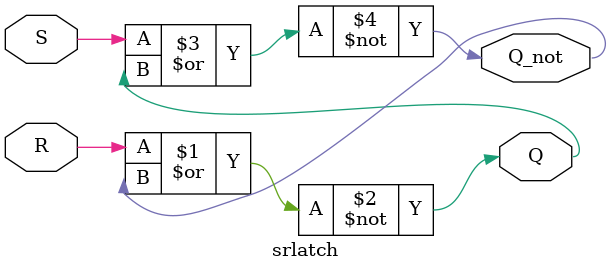
<source format=v>
module srlatch(
    input wire S, R,
    output wire Q, Q_not);

    assign Q     = ~(R | Q_not);
    assign Q_not = ~(S | Q);
endmodule
</source>
